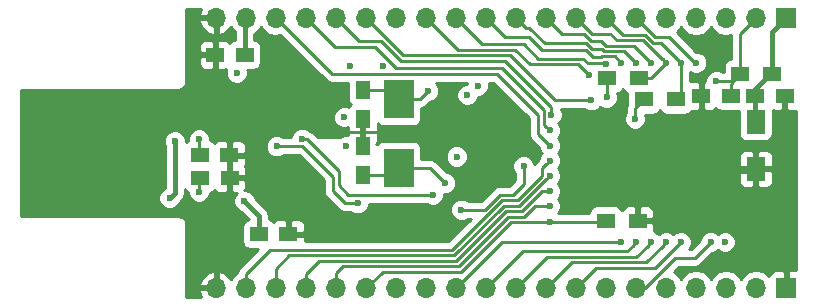
<source format=gbr>
G04 #@! TF.FileFunction,Copper,L4,Bot,Signal*
%FSLAX46Y46*%
G04 Gerber Fmt 4.6, Leading zero omitted, Abs format (unit mm)*
G04 Created by KiCad (PCBNEW 4.0.4-stable) date 02/22/17 16:36:32*
%MOMM*%
%LPD*%
G01*
G04 APERTURE LIST*
%ADD10C,0.100000*%
%ADD11C,0.500000*%
%ADD12R,1.500000X1.250000*%
%ADD13R,1.250000X1.500000*%
%ADD14R,1.700000X1.700000*%
%ADD15O,1.700000X1.700000*%
%ADD16R,1.500000X1.300000*%
%ADD17R,1.600000X2.000000*%
%ADD18R,2.500000X3.325000*%
%ADD19C,0.600000*%
%ADD20C,0.381000*%
%ADD21C,0.254000*%
G04 APERTURE END LIST*
D10*
D11*
X121840000Y-103000000D03*
X122840000Y-103000000D03*
X121840000Y-104000000D03*
X122840000Y-104000000D03*
X122840000Y-102000000D03*
X121840000Y-102000000D03*
X120840000Y-102000000D03*
X120840000Y-103000000D03*
X120840000Y-104000000D03*
D12*
X117640000Y-91690000D03*
X115140000Y-91690000D03*
X118850000Y-106860000D03*
X121350000Y-106860000D03*
X113850000Y-100170000D03*
X116350000Y-100170000D03*
X113870000Y-102110000D03*
X116370000Y-102110000D03*
X158810000Y-95170000D03*
X156310000Y-95170000D03*
D13*
X127670000Y-101870000D03*
X127670000Y-99370000D03*
X127670000Y-94630000D03*
X127670000Y-97130000D03*
D12*
X160870000Y-95180000D03*
X163370000Y-95180000D03*
D14*
X163490000Y-88570000D03*
D15*
X160950000Y-88570000D03*
X158410000Y-88570000D03*
X155870000Y-88570000D03*
X153330000Y-88570000D03*
X150790000Y-88570000D03*
X148250000Y-88570000D03*
X145710000Y-88570000D03*
X143170000Y-88570000D03*
X140630000Y-88570000D03*
X138090000Y-88570000D03*
X135550000Y-88570000D03*
X133010000Y-88570000D03*
X130470000Y-88570000D03*
X127930000Y-88570000D03*
X125390000Y-88570000D03*
X122850000Y-88570000D03*
X120310000Y-88570000D03*
X117770000Y-88570000D03*
X115230000Y-88570000D03*
D14*
X163490000Y-111430000D03*
D15*
X160950000Y-111430000D03*
X158410000Y-111430000D03*
X155870000Y-111430000D03*
X153330000Y-111430000D03*
X150790000Y-111430000D03*
X148250000Y-111430000D03*
X145710000Y-111430000D03*
X143170000Y-111430000D03*
X140630000Y-111430000D03*
X138090000Y-111430000D03*
X135550000Y-111430000D03*
X133010000Y-111430000D03*
X130470000Y-111430000D03*
X127930000Y-111430000D03*
X125390000Y-111430000D03*
X122850000Y-111430000D03*
X120310000Y-111430000D03*
X117770000Y-111430000D03*
X115230000Y-111430000D03*
D16*
X162300000Y-93330000D03*
X159600000Y-93330000D03*
X148230000Y-105720000D03*
X150930000Y-105720000D03*
X154130000Y-95470000D03*
X151430000Y-95470000D03*
X151000000Y-93680000D03*
X148300000Y-93680000D03*
D17*
X160920000Y-97350000D03*
X160920000Y-101350000D03*
D18*
X130680000Y-101252500D03*
X130680000Y-95427500D03*
D19*
X111290000Y-103810000D03*
X111740000Y-98980000D03*
X136985625Y-103145625D03*
X135720000Y-97490000D03*
X117620000Y-104070000D03*
X126610000Y-92650000D03*
X129360000Y-92650000D03*
X137400000Y-94300000D03*
X116980000Y-93220000D03*
X157600000Y-93900000D03*
X141260000Y-101110000D03*
X136010000Y-104800000D03*
X148300000Y-95300000D03*
X133200000Y-94740002D03*
X136500000Y-95100000D03*
X158330000Y-107540000D03*
X126050000Y-96960000D03*
X126241384Y-99403063D03*
X135600001Y-100299999D03*
X155880000Y-92350000D03*
X148270000Y-92443053D03*
X147000000Y-95550000D03*
X143480000Y-104490000D03*
X146800000Y-93400000D03*
X154610000Y-92360000D03*
X153330000Y-92370000D03*
X152060000Y-92380000D03*
X150790000Y-92380000D03*
X149520000Y-92370000D03*
X143627010Y-96772990D03*
X143480000Y-98080000D03*
X143480000Y-99380000D03*
X157105655Y-107540000D03*
X154570000Y-107540000D03*
X153330000Y-107540000D03*
X152060000Y-107540000D03*
X150810000Y-107540000D03*
X149530000Y-107540000D03*
X143480000Y-105846040D03*
X143480000Y-103240000D03*
X143480000Y-101922067D03*
X143480000Y-100640000D03*
X127210000Y-104260000D03*
X120360000Y-99430000D03*
X133591636Y-103548364D03*
X122487000Y-98802990D03*
X113780000Y-98830000D03*
X113780000Y-103280000D03*
X134640000Y-102545311D03*
X150700000Y-97100000D03*
X150700000Y-97100000D03*
D20*
X111740000Y-103410000D02*
X111340000Y-103810000D01*
X111340000Y-103810000D02*
X111290000Y-103810000D01*
X111740000Y-98980000D02*
X111740000Y-103410000D01*
X117640000Y-91690000D02*
X117640000Y-88700000D01*
X117640000Y-88700000D02*
X117770000Y-88570000D01*
D21*
X127670000Y-98366000D02*
X127776000Y-98260000D01*
X127564000Y-98260000D02*
X126070000Y-98260000D01*
X127776000Y-98260000D02*
X129140000Y-98260000D01*
X127670000Y-99370000D02*
X127670000Y-98366000D01*
X127670000Y-98366000D02*
X127564000Y-98260000D01*
X156310000Y-95170000D02*
X156310000Y-97190000D01*
X156310000Y-97190000D02*
X155900000Y-97600000D01*
X116370000Y-102110000D02*
X116370000Y-100190000D01*
X116370000Y-100190000D02*
X116350000Y-100170000D01*
X116400000Y-103700000D02*
X116400000Y-102140000D01*
X116400000Y-102140000D02*
X116370000Y-102110000D01*
X150930000Y-105720000D02*
X150930000Y-104570000D01*
X150930000Y-104570000D02*
X153900000Y-101600000D01*
X157900000Y-101600000D02*
X160670000Y-101600000D01*
X160670000Y-101600000D02*
X160920000Y-101350000D01*
X115140000Y-91690000D02*
X115140000Y-88660000D01*
X115140000Y-88660000D02*
X115230000Y-88570000D01*
D20*
X118850000Y-105300000D02*
X117620000Y-104070000D01*
X118850000Y-106860000D02*
X118850000Y-105300000D01*
X162300000Y-93330000D02*
X162300000Y-89760000D01*
X162300000Y-89760000D02*
X163490000Y-88570000D01*
X162300000Y-93330000D02*
X162160000Y-93330000D01*
X162160000Y-93330000D02*
X160870000Y-94620000D01*
X160870000Y-94620000D02*
X160870000Y-95180000D01*
X160870000Y-95180000D02*
X160870000Y-97300000D01*
D21*
X157600000Y-93900000D02*
X159030000Y-93900000D01*
X159030000Y-93900000D02*
X159600000Y-93330000D01*
X141260000Y-102597934D02*
X141260000Y-101110000D01*
X140341944Y-103515990D02*
X141260000Y-102597934D01*
X139271943Y-103515990D02*
X140341944Y-103515990D01*
X137987934Y-104800000D02*
X139271943Y-103515990D01*
X136010000Y-104800000D02*
X137987934Y-104800000D01*
X160950000Y-88570000D02*
X159600000Y-89920000D01*
X159600000Y-89920000D02*
X159600000Y-93330000D01*
X159600000Y-93330000D02*
X158810000Y-94120000D01*
X158810000Y-94120000D02*
X158810000Y-95170000D01*
X148300000Y-95300000D02*
X148300000Y-93680000D01*
X130680000Y-95427500D02*
X132512502Y-95427500D01*
X132512502Y-95427500D02*
X133200000Y-94740002D01*
X127670000Y-94630000D02*
X129882500Y-94630000D01*
X129882500Y-94630000D02*
X130680000Y-95427500D01*
X130640000Y-95387500D02*
X130680000Y-95427500D01*
X130620000Y-96037500D02*
X130620000Y-95625000D01*
X155750000Y-92350000D02*
X153600000Y-90200000D01*
X155880000Y-92350000D02*
X155750000Y-92350000D01*
X153600000Y-90200000D02*
X152420000Y-90200000D01*
X152420000Y-90200000D02*
X150790000Y-88570000D01*
X135550000Y-88570000D02*
X137788021Y-90808021D01*
X137788021Y-90808021D02*
X141308021Y-90808021D01*
X146300000Y-92000000D02*
X146700000Y-92400000D01*
X141308021Y-90808021D02*
X142500000Y-92000000D01*
X142500000Y-92000000D02*
X146300000Y-92000000D01*
X146700000Y-92400000D02*
X148226947Y-92400000D01*
X148226947Y-92400000D02*
X148270000Y-92443053D01*
X127930000Y-88570000D02*
X131076041Y-91716041D01*
X131076041Y-91716041D02*
X140116041Y-91716041D01*
X140116041Y-91716041D02*
X143950000Y-95550000D01*
X143950000Y-95550000D02*
X147000000Y-95550000D01*
X125390000Y-111430000D02*
X125390000Y-110140000D01*
X125390000Y-110140000D02*
X125947970Y-109582030D01*
X125947970Y-109582030D02*
X135774171Y-109582030D01*
X135774171Y-109582030D02*
X139964169Y-105392030D01*
X139964169Y-105392030D02*
X141294171Y-105392030D01*
X141294171Y-105392030D02*
X142196201Y-104490000D01*
X142196201Y-104490000D02*
X143480000Y-104490000D01*
X141800001Y-92500001D02*
X145900001Y-92500001D01*
X140562031Y-91262031D02*
X141800001Y-92500001D01*
X135702031Y-91262031D02*
X140562031Y-91262031D01*
X145900001Y-92500001D02*
X146500001Y-93100001D01*
X146500001Y-93100001D02*
X146800000Y-93400000D01*
X133010000Y-88570000D02*
X135702031Y-91262031D01*
X149680000Y-90000000D02*
X149099999Y-89419999D01*
X151577932Y-90000000D02*
X149680000Y-90000000D01*
X152231942Y-90654010D02*
X151577932Y-90000000D01*
X154610000Y-92360000D02*
X152904011Y-90654011D01*
X152904011Y-90654011D02*
X152231942Y-90654010D01*
X149099999Y-89419999D02*
X148250000Y-88570000D01*
X154620000Y-94980000D02*
X154620000Y-92370000D01*
X154130000Y-95470000D02*
X154620000Y-94980000D01*
X154620000Y-92370000D02*
X154610000Y-92360000D01*
X153330000Y-92370000D02*
X153030001Y-92070001D01*
X149154011Y-90454011D02*
X148600000Y-89900000D01*
X148600000Y-89900000D02*
X147040000Y-89900000D01*
X153030001Y-92070001D02*
X153005865Y-92070001D01*
X153005865Y-92070001D02*
X151389875Y-90454011D01*
X146559999Y-89419999D02*
X145710000Y-88570000D01*
X151389875Y-90454011D02*
X149154011Y-90454011D01*
X147040000Y-89900000D02*
X146559999Y-89419999D01*
X152020000Y-93680000D02*
X153330000Y-92370000D01*
X151000000Y-93680000D02*
X152020000Y-93680000D01*
X144500000Y-89900000D02*
X144019999Y-89419999D01*
X147854166Y-90500000D02*
X146997932Y-90500000D01*
X150588022Y-90908022D02*
X148262188Y-90908022D01*
X146997932Y-90500000D02*
X146397932Y-89900000D01*
X152060000Y-92380000D02*
X150588022Y-90908022D01*
X148262188Y-90908022D02*
X147854166Y-90500000D01*
X146397932Y-89900000D02*
X144500000Y-89900000D01*
X144019999Y-89419999D02*
X143170000Y-88570000D01*
X150790000Y-92380000D02*
X149772033Y-91362033D01*
X149772033Y-91362033D02*
X148074130Y-91362032D01*
X148074130Y-91362032D02*
X147912098Y-91200000D01*
X141479999Y-89419999D02*
X140630000Y-88570000D01*
X147912098Y-91200000D02*
X147055864Y-91200000D01*
X147055864Y-91200000D02*
X146555864Y-90700000D01*
X143042068Y-90700000D02*
X141762067Y-89419999D01*
X146555864Y-90700000D02*
X143042068Y-90700000D01*
X141762067Y-89419999D02*
X141479999Y-89419999D01*
X149520000Y-92370000D02*
X148966043Y-91816043D01*
X148966043Y-91816043D02*
X147886072Y-91816042D01*
X147886072Y-91816042D02*
X147802114Y-91900000D01*
X141700000Y-90200000D02*
X139720000Y-90200000D01*
X147802114Y-91900000D02*
X147113796Y-91900000D01*
X147113796Y-91900000D02*
X146513796Y-91300000D01*
X146513796Y-91300000D02*
X142800000Y-91300000D01*
X138939999Y-89419999D02*
X138090000Y-88570000D01*
X142800000Y-91300000D02*
X141700000Y-90200000D01*
X139720000Y-90200000D02*
X138939999Y-89419999D01*
X125390000Y-88570000D02*
X127320000Y-90500000D01*
X129217932Y-90500000D02*
X130887983Y-92170051D01*
X127320000Y-90500000D02*
X129217932Y-90500000D01*
X130887983Y-92170051D02*
X139670051Y-92170051D01*
X139670051Y-92170051D02*
X143627010Y-96127010D01*
X143627010Y-96127010D02*
X143627010Y-96348726D01*
X143627010Y-96348726D02*
X143627010Y-96772990D01*
X122850000Y-88570000D02*
X125280000Y-91000000D01*
X125280000Y-91000000D02*
X128700000Y-91000000D01*
X128700000Y-91000000D02*
X130500000Y-92800000D01*
X130500000Y-92800000D02*
X139400000Y-92800000D01*
X143000000Y-97600000D02*
X143180001Y-97780001D01*
X139400000Y-92800000D02*
X143000000Y-96400000D01*
X143000000Y-96400000D02*
X143000000Y-97600000D01*
X143180001Y-97780001D02*
X143480000Y-98080000D01*
X120310000Y-88570000D02*
X125040000Y-93300000D01*
X125040000Y-93300000D02*
X139000000Y-93300000D01*
X139000000Y-93300000D02*
X142460000Y-96760000D01*
X142460000Y-96760000D02*
X142460000Y-98360000D01*
X142460000Y-98360000D02*
X143180001Y-99080001D01*
X143180001Y-99080001D02*
X143480000Y-99380000D01*
X155745655Y-108900000D02*
X157105655Y-107540000D01*
X154100000Y-108900000D02*
X155745655Y-108900000D01*
X151570000Y-111430000D02*
X154100000Y-108900000D01*
X150790000Y-111430000D02*
X151570000Y-111430000D01*
X145710000Y-111430000D02*
X147440000Y-109700000D01*
X147440000Y-109700000D02*
X152410000Y-109700000D01*
X152410000Y-109700000D02*
X154570000Y-107540000D01*
X145354011Y-109245989D02*
X151624011Y-109245989D01*
X153030001Y-107839999D02*
X153330000Y-107540000D01*
X143170000Y-111430000D02*
X145354011Y-109245989D01*
X151624011Y-109245989D02*
X153030001Y-107839999D01*
X150808022Y-108791978D02*
X151760001Y-107839999D01*
X143268022Y-108791978D02*
X150808022Y-108791978D01*
X140630000Y-111430000D02*
X143268022Y-108791978D01*
X151760001Y-107839999D02*
X152060000Y-107540000D01*
X150012033Y-108337967D02*
X150510001Y-107839999D01*
X138090000Y-111430000D02*
X141182033Y-108337967D01*
X141182033Y-108337967D02*
X150012033Y-108337967D01*
X150510001Y-107839999D02*
X150810000Y-107540000D01*
X136399999Y-110580001D02*
X135550000Y-111430000D01*
X139440000Y-107540000D02*
X136399999Y-110580001D01*
X149530000Y-107540000D02*
X139440000Y-107540000D01*
X143480000Y-105846040D02*
X140173960Y-105846040D01*
X143480000Y-105846040D02*
X148103960Y-105846040D01*
X148103960Y-105846040D02*
X148230000Y-105720000D01*
X138280000Y-107750000D02*
X139750000Y-106280000D01*
X139750000Y-106280000D02*
X139750000Y-106270000D01*
X139750000Y-106270000D02*
X140173960Y-105846040D01*
X138270000Y-107750000D02*
X138280000Y-107750000D01*
X135983960Y-110036040D02*
X138270000Y-107750000D01*
X127930000Y-111430000D02*
X129323960Y-110036040D01*
X129323960Y-110036040D02*
X135983960Y-110036040D01*
X122850000Y-111430000D02*
X122850000Y-110227919D01*
X122850000Y-110227919D02*
X123949899Y-109128020D01*
X123949899Y-109128020D02*
X135586114Y-109128020D01*
X135586114Y-109128020D02*
X139776113Y-104938020D01*
X139776113Y-104938020D02*
X141106114Y-104938020D01*
X141106114Y-104938020D02*
X142804134Y-103240000D01*
X142804134Y-103240000D02*
X143480000Y-103240000D01*
X120310000Y-111430000D02*
X120310000Y-109810000D01*
X120310000Y-109810000D02*
X121445990Y-108674010D01*
X143180001Y-102222066D02*
X143480000Y-101922067D01*
X121445990Y-108674010D02*
X135398057Y-108674010D01*
X135398057Y-108674010D02*
X139588057Y-104484010D01*
X139588057Y-104484010D02*
X140918058Y-104484010D01*
X140918058Y-104484010D02*
X143180001Y-102222066D01*
X117770000Y-111430000D02*
X117770000Y-110227919D01*
X117770000Y-110227919D02*
X119777919Y-108220000D01*
X119777919Y-108220000D02*
X135210000Y-108220000D01*
X142852999Y-101267001D02*
X143180001Y-100939999D01*
X135210000Y-108220000D02*
X139460000Y-103970000D01*
X143180001Y-100939999D02*
X143480000Y-100640000D01*
X139460000Y-103970000D02*
X140790001Y-103970000D01*
X140790001Y-103970000D02*
X142852999Y-101907002D01*
X142852999Y-101907002D02*
X142852999Y-101267001D01*
X120360000Y-99430000D02*
X122530000Y-99430000D01*
X122530000Y-99430000D02*
X125100000Y-102000000D01*
X125100000Y-102000000D02*
X125100000Y-103200000D01*
X125100000Y-103200000D02*
X126160000Y-104260000D01*
X126160000Y-104260000D02*
X127210000Y-104260000D01*
X133167372Y-103548364D02*
X133591636Y-103548364D01*
X125600000Y-102750000D02*
X126398364Y-103548364D01*
X122911264Y-98802990D02*
X125600000Y-101491726D01*
X122487000Y-98802990D02*
X122911264Y-98802990D01*
X125600000Y-101491726D02*
X125600000Y-102750000D01*
X126398364Y-103548364D02*
X133167372Y-103548364D01*
X113780000Y-98830000D02*
X113780000Y-100100000D01*
X113780000Y-100100000D02*
X113850000Y-100170000D01*
X113780000Y-103280000D02*
X113780000Y-102200000D01*
X113780000Y-102200000D02*
X113870000Y-102110000D01*
X127670000Y-101870000D02*
X130062500Y-101870000D01*
X130680000Y-101252500D02*
X133347189Y-101252500D01*
X134340001Y-102245312D02*
X134640000Y-102545311D01*
X133347189Y-101252500D02*
X134340001Y-102245312D01*
X150700000Y-97100000D02*
X150700000Y-96200000D01*
X150700000Y-96200000D02*
X151430000Y-95470000D01*
X130062500Y-101870000D02*
X130680000Y-101252500D01*
G36*
X113788514Y-88213108D02*
X113909181Y-88443000D01*
X115103000Y-88443000D01*
X115103000Y-88423000D01*
X115357000Y-88423000D01*
X115357000Y-88443000D01*
X115377000Y-88443000D01*
X115377000Y-88697000D01*
X115357000Y-88697000D01*
X115357000Y-89890155D01*
X115586890Y-90011476D01*
X115996924Y-89841645D01*
X116425183Y-89451358D01*
X116492298Y-89308447D01*
X116719946Y-89649147D01*
X116814500Y-89712326D01*
X116814500Y-90431766D01*
X116654683Y-90461838D01*
X116438559Y-90600910D01*
X116392031Y-90669006D01*
X116249698Y-90526673D01*
X116016309Y-90430000D01*
X115425750Y-90430000D01*
X115267000Y-90588750D01*
X115267000Y-91563000D01*
X115287000Y-91563000D01*
X115287000Y-91817000D01*
X115267000Y-91817000D01*
X115267000Y-92791250D01*
X115425750Y-92950000D01*
X116016309Y-92950000D01*
X116092880Y-92918283D01*
X116045162Y-93033201D01*
X116044838Y-93405167D01*
X116186883Y-93748943D01*
X116449673Y-94012192D01*
X116793201Y-94154838D01*
X117165167Y-94155162D01*
X117508943Y-94013117D01*
X117772192Y-93750327D01*
X117914838Y-93406799D01*
X117915162Y-93034833D01*
X117885250Y-92962440D01*
X118390000Y-92962440D01*
X118625317Y-92918162D01*
X118841441Y-92779090D01*
X118986431Y-92566890D01*
X119037440Y-92315000D01*
X119037440Y-91065000D01*
X118993162Y-90829683D01*
X118854090Y-90613559D01*
X118641890Y-90468569D01*
X118465500Y-90432849D01*
X118465500Y-89886052D01*
X118820054Y-89649147D01*
X119040000Y-89319974D01*
X119259946Y-89649147D01*
X119741715Y-89971054D01*
X120310000Y-90084093D01*
X120674049Y-90011679D01*
X124501185Y-93838815D01*
X124748395Y-94003996D01*
X125040000Y-94062000D01*
X126397560Y-94062000D01*
X126397560Y-95380000D01*
X126441838Y-95615317D01*
X126580910Y-95831441D01*
X126649006Y-95877969D01*
X126506673Y-96020302D01*
X126465350Y-96120065D01*
X126236799Y-96025162D01*
X125864833Y-96024838D01*
X125521057Y-96166883D01*
X125257808Y-96429673D01*
X125115162Y-96773201D01*
X125114838Y-97145167D01*
X125256883Y-97488943D01*
X125519673Y-97752192D01*
X125863201Y-97894838D01*
X126235167Y-97895162D01*
X126410000Y-97822923D01*
X126410000Y-98006309D01*
X126506673Y-98239698D01*
X126516975Y-98250000D01*
X126506673Y-98260302D01*
X126420551Y-98468218D01*
X126056217Y-98467901D01*
X125712441Y-98609946D01*
X125660227Y-98662069D01*
X123839045Y-98653141D01*
X123450079Y-98264175D01*
X123335788Y-98187808D01*
X123202869Y-98098994D01*
X123081212Y-98074795D01*
X123017327Y-98010798D01*
X122673799Y-97868152D01*
X122301833Y-97867828D01*
X121958057Y-98009873D01*
X121694808Y-98272663D01*
X121552162Y-98616191D01*
X121552117Y-98668000D01*
X120920466Y-98668000D01*
X120890327Y-98637808D01*
X120546799Y-98495162D01*
X120174833Y-98494838D01*
X119831057Y-98636883D01*
X119567808Y-98899673D01*
X119425162Y-99243201D01*
X119424838Y-99615167D01*
X119566883Y-99958943D01*
X119829673Y-100222192D01*
X120173201Y-100364838D01*
X120545167Y-100365162D01*
X120888943Y-100223117D01*
X120920114Y-100192000D01*
X122214370Y-100192000D01*
X124338000Y-102315630D01*
X124338000Y-103200000D01*
X124396004Y-103491605D01*
X124556001Y-103731057D01*
X124561185Y-103738815D01*
X125621184Y-104798815D01*
X125789383Y-104911202D01*
X125868395Y-104963996D01*
X126160000Y-105022000D01*
X126649534Y-105022000D01*
X126679673Y-105052192D01*
X127023201Y-105194838D01*
X127395167Y-105195162D01*
X127738943Y-105053117D01*
X128002192Y-104790327D01*
X128144838Y-104446799D01*
X128144957Y-104310364D01*
X133031170Y-104310364D01*
X133061309Y-104340556D01*
X133404837Y-104483202D01*
X133776803Y-104483526D01*
X134120579Y-104341481D01*
X134383828Y-104078691D01*
X134526474Y-103735163D01*
X134526696Y-103480213D01*
X134825167Y-103480473D01*
X135168943Y-103338428D01*
X135432192Y-103075638D01*
X135574838Y-102732110D01*
X135575162Y-102360144D01*
X135433117Y-102016368D01*
X135170327Y-101753119D01*
X134826799Y-101610473D01*
X134782755Y-101610435D01*
X133886004Y-100713685D01*
X133775727Y-100640000D01*
X133638794Y-100548504D01*
X133347189Y-100490500D01*
X132577440Y-100490500D01*
X132577440Y-100485166D01*
X134664839Y-100485166D01*
X134806884Y-100828942D01*
X135069674Y-101092191D01*
X135413202Y-101234837D01*
X135785168Y-101235161D01*
X136128944Y-101093116D01*
X136392193Y-100830326D01*
X136534839Y-100486798D01*
X136535163Y-100114832D01*
X136393118Y-99771056D01*
X136130328Y-99507807D01*
X135786800Y-99365161D01*
X135414834Y-99364837D01*
X135071058Y-99506882D01*
X134807809Y-99769672D01*
X134665163Y-100113200D01*
X134664839Y-100485166D01*
X132577440Y-100485166D01*
X132577440Y-99590000D01*
X132533162Y-99354683D01*
X132394090Y-99138559D01*
X132181890Y-98993569D01*
X131930000Y-98942560D01*
X129430000Y-98942560D01*
X129194683Y-98986838D01*
X128978559Y-99125910D01*
X128898556Y-99242998D01*
X128771252Y-99242998D01*
X128930000Y-99084250D01*
X128930000Y-98493691D01*
X128833327Y-98260302D01*
X128823025Y-98250000D01*
X128833327Y-98239698D01*
X128930000Y-98006309D01*
X128930000Y-97485635D01*
X128965910Y-97541441D01*
X129178110Y-97686431D01*
X129430000Y-97737440D01*
X131930000Y-97737440D01*
X132165317Y-97693162D01*
X132381441Y-97554090D01*
X132526431Y-97341890D01*
X132577440Y-97090000D01*
X132577440Y-96176583D01*
X132804107Y-96131496D01*
X133051317Y-95966315D01*
X133342505Y-95675127D01*
X133385167Y-95675164D01*
X133728943Y-95533119D01*
X133992192Y-95270329D01*
X134134838Y-94926801D01*
X134135162Y-94554835D01*
X133993117Y-94211059D01*
X133844318Y-94062000D01*
X136486423Y-94062000D01*
X136465162Y-94113201D01*
X136465117Y-94164969D01*
X136314833Y-94164838D01*
X135971057Y-94306883D01*
X135707808Y-94569673D01*
X135565162Y-94913201D01*
X135564838Y-95285167D01*
X135706883Y-95628943D01*
X135969673Y-95892192D01*
X136313201Y-96034838D01*
X136685167Y-96035162D01*
X137028943Y-95893117D01*
X137292192Y-95630327D01*
X137434838Y-95286799D01*
X137434883Y-95235031D01*
X137585167Y-95235162D01*
X137928943Y-95093117D01*
X138192192Y-94830327D01*
X138334838Y-94486799D01*
X138335162Y-94114833D01*
X138313332Y-94062000D01*
X138684370Y-94062000D01*
X141698000Y-97075630D01*
X141698000Y-98360000D01*
X141756004Y-98651605D01*
X141873909Y-98828062D01*
X141921185Y-98898815D01*
X142544875Y-99522505D01*
X142544838Y-99565167D01*
X142686883Y-99908943D01*
X142787710Y-100009946D01*
X142687808Y-100109673D01*
X142545162Y-100453201D01*
X142545124Y-100497246D01*
X142314184Y-100728186D01*
X142190434Y-100913390D01*
X142053117Y-100581057D01*
X141790327Y-100317808D01*
X141446799Y-100175162D01*
X141074833Y-100174838D01*
X140731057Y-100316883D01*
X140467808Y-100579673D01*
X140325162Y-100923201D01*
X140324838Y-101295167D01*
X140466883Y-101638943D01*
X140498000Y-101670114D01*
X140498000Y-102282303D01*
X140026314Y-102753990D01*
X139271943Y-102753990D01*
X138980338Y-102811994D01*
X138743392Y-102970317D01*
X138733128Y-102977175D01*
X137672303Y-104038000D01*
X136570466Y-104038000D01*
X136540327Y-104007808D01*
X136196799Y-103865162D01*
X135824833Y-103864838D01*
X135481057Y-104006883D01*
X135217808Y-104269673D01*
X135075162Y-104613201D01*
X135074838Y-104985167D01*
X135216883Y-105328943D01*
X135479673Y-105592192D01*
X135823201Y-105734838D01*
X136195167Y-105735162D01*
X136538943Y-105593117D01*
X136570114Y-105562000D01*
X136790370Y-105562000D01*
X134894370Y-107458000D01*
X122735000Y-107458000D01*
X122735000Y-107145750D01*
X122576250Y-106987000D01*
X121477000Y-106987000D01*
X121477000Y-107007000D01*
X121223000Y-107007000D01*
X121223000Y-106987000D01*
X121203000Y-106987000D01*
X121203000Y-106733000D01*
X121223000Y-106733000D01*
X121223000Y-105758750D01*
X121477000Y-105758750D01*
X121477000Y-106733000D01*
X122576250Y-106733000D01*
X122735000Y-106574250D01*
X122735000Y-106108690D01*
X122638327Y-105875301D01*
X122459698Y-105696673D01*
X122226309Y-105600000D01*
X121635750Y-105600000D01*
X121477000Y-105758750D01*
X121223000Y-105758750D01*
X121064250Y-105600000D01*
X120473691Y-105600000D01*
X120240302Y-105696673D01*
X120099064Y-105837910D01*
X120064090Y-105783559D01*
X119851890Y-105638569D01*
X119675500Y-105602849D01*
X119675500Y-105300005D01*
X119675501Y-105300000D01*
X119612663Y-104984095D01*
X119581877Y-104938020D01*
X119433717Y-104716283D01*
X119433714Y-104716281D01*
X118521994Y-103804560D01*
X118413117Y-103541057D01*
X118150327Y-103277808D01*
X117806799Y-103135162D01*
X117618028Y-103134998D01*
X117658327Y-103094699D01*
X117755000Y-102861310D01*
X117755000Y-102395750D01*
X117596250Y-102237000D01*
X116497000Y-102237000D01*
X116497000Y-103211250D01*
X116655750Y-103370000D01*
X116997777Y-103370000D01*
X116827808Y-103539673D01*
X116685162Y-103883201D01*
X116684838Y-104255167D01*
X116826883Y-104598943D01*
X117089673Y-104862192D01*
X117354884Y-104972318D01*
X117990694Y-105608127D01*
X117864683Y-105631838D01*
X117648559Y-105770910D01*
X117503569Y-105983110D01*
X117452560Y-106235000D01*
X117452560Y-107485000D01*
X117496838Y-107720317D01*
X117635910Y-107936441D01*
X117848110Y-108081431D01*
X118100000Y-108132440D01*
X118787848Y-108132440D01*
X117231185Y-109689104D01*
X117066004Y-109936314D01*
X117023952Y-110147723D01*
X116719946Y-110350853D01*
X116492298Y-110691553D01*
X116425183Y-110548642D01*
X115996924Y-110158355D01*
X115586890Y-109988524D01*
X115357000Y-110109845D01*
X115357000Y-111303000D01*
X115377000Y-111303000D01*
X115377000Y-111557000D01*
X115357000Y-111557000D01*
X115357000Y-111577000D01*
X115103000Y-111577000D01*
X115103000Y-111557000D01*
X113909181Y-111557000D01*
X113788514Y-111786892D01*
X113987217Y-112210000D01*
X112710000Y-112210000D01*
X112710000Y-111073108D01*
X113788514Y-111073108D01*
X113909181Y-111303000D01*
X115103000Y-111303000D01*
X115103000Y-110109845D01*
X114873110Y-109988524D01*
X114463076Y-110158355D01*
X114034817Y-110548642D01*
X113788514Y-111073108D01*
X112710000Y-111073108D01*
X112710000Y-106048000D01*
X112655954Y-105776295D01*
X112502046Y-105545954D01*
X112271705Y-105392046D01*
X112000000Y-105338000D01*
X98710000Y-105338000D01*
X98710000Y-103995167D01*
X110354838Y-103995167D01*
X110496883Y-104338943D01*
X110759673Y-104602192D01*
X111103201Y-104744838D01*
X111475167Y-104745162D01*
X111818943Y-104603117D01*
X112082192Y-104340327D01*
X112156813Y-104160620D01*
X112323714Y-103993719D01*
X112323717Y-103993717D01*
X112502663Y-103725905D01*
X112565500Y-103410000D01*
X112565500Y-103045940D01*
X112655910Y-103186441D01*
X112844968Y-103315619D01*
X112844838Y-103465167D01*
X112986883Y-103808943D01*
X113249673Y-104072192D01*
X113593201Y-104214838D01*
X113965167Y-104215162D01*
X114308943Y-104073117D01*
X114572192Y-103810327D01*
X114714838Y-103466799D01*
X114714927Y-103364578D01*
X114855317Y-103338162D01*
X115071441Y-103199090D01*
X115117969Y-103130994D01*
X115260302Y-103273327D01*
X115493691Y-103370000D01*
X116084250Y-103370000D01*
X116243000Y-103211250D01*
X116243000Y-102237000D01*
X116223000Y-102237000D01*
X116223000Y-101983000D01*
X116243000Y-101983000D01*
X116243000Y-101008750D01*
X116223000Y-100988750D01*
X116223000Y-100297000D01*
X116477000Y-100297000D01*
X116477000Y-101271250D01*
X116497000Y-101291250D01*
X116497000Y-101983000D01*
X117596250Y-101983000D01*
X117755000Y-101824250D01*
X117755000Y-101358690D01*
X117658327Y-101125301D01*
X117652795Y-101119769D01*
X117735000Y-100921310D01*
X117735000Y-100455750D01*
X117576250Y-100297000D01*
X116477000Y-100297000D01*
X116223000Y-100297000D01*
X116203000Y-100297000D01*
X116203000Y-100043000D01*
X116223000Y-100043000D01*
X116223000Y-99068750D01*
X116477000Y-99068750D01*
X116477000Y-100043000D01*
X117576250Y-100043000D01*
X117735000Y-99884250D01*
X117735000Y-99418690D01*
X117638327Y-99185301D01*
X117459698Y-99006673D01*
X117226309Y-98910000D01*
X116635750Y-98910000D01*
X116477000Y-99068750D01*
X116223000Y-99068750D01*
X116064250Y-98910000D01*
X115473691Y-98910000D01*
X115240302Y-99006673D01*
X115099064Y-99147910D01*
X115064090Y-99093559D01*
X114851890Y-98948569D01*
X114714922Y-98920832D01*
X114715162Y-98644833D01*
X114573117Y-98301057D01*
X114310327Y-98037808D01*
X113966799Y-97895162D01*
X113594833Y-97894838D01*
X113251057Y-98036883D01*
X112987808Y-98299673D01*
X112845162Y-98643201D01*
X112844891Y-98954574D01*
X112674928Y-99063942D01*
X112675162Y-98794833D01*
X112533117Y-98451057D01*
X112270327Y-98187808D01*
X111926799Y-98045162D01*
X111554833Y-98044838D01*
X111211057Y-98186883D01*
X110947808Y-98449673D01*
X110805162Y-98793201D01*
X110804838Y-99165167D01*
X110914500Y-99430570D01*
X110914500Y-102953482D01*
X110761057Y-103016883D01*
X110497808Y-103279673D01*
X110355162Y-103623201D01*
X110354838Y-103995167D01*
X98710000Y-103995167D01*
X98710000Y-94650000D01*
X112000000Y-94650000D01*
X112271705Y-94595954D01*
X112502046Y-94442046D01*
X112655954Y-94211705D01*
X112710000Y-93940000D01*
X112710000Y-91975750D01*
X113755000Y-91975750D01*
X113755000Y-92441310D01*
X113851673Y-92674699D01*
X114030302Y-92853327D01*
X114263691Y-92950000D01*
X114854250Y-92950000D01*
X115013000Y-92791250D01*
X115013000Y-91817000D01*
X113913750Y-91817000D01*
X113755000Y-91975750D01*
X112710000Y-91975750D01*
X112710000Y-90938690D01*
X113755000Y-90938690D01*
X113755000Y-91404250D01*
X113913750Y-91563000D01*
X115013000Y-91563000D01*
X115013000Y-90588750D01*
X114854250Y-90430000D01*
X114263691Y-90430000D01*
X114030302Y-90526673D01*
X113851673Y-90705301D01*
X113755000Y-90938690D01*
X112710000Y-90938690D01*
X112710000Y-88926892D01*
X113788514Y-88926892D01*
X114034817Y-89451358D01*
X114463076Y-89841645D01*
X114873110Y-90011476D01*
X115103000Y-89890155D01*
X115103000Y-88697000D01*
X113909181Y-88697000D01*
X113788514Y-88926892D01*
X112710000Y-88926892D01*
X112710000Y-87790000D01*
X113987217Y-87790000D01*
X113788514Y-88213108D01*
X113788514Y-88213108D01*
G37*
X113788514Y-88213108D02*
X113909181Y-88443000D01*
X115103000Y-88443000D01*
X115103000Y-88423000D01*
X115357000Y-88423000D01*
X115357000Y-88443000D01*
X115377000Y-88443000D01*
X115377000Y-88697000D01*
X115357000Y-88697000D01*
X115357000Y-89890155D01*
X115586890Y-90011476D01*
X115996924Y-89841645D01*
X116425183Y-89451358D01*
X116492298Y-89308447D01*
X116719946Y-89649147D01*
X116814500Y-89712326D01*
X116814500Y-90431766D01*
X116654683Y-90461838D01*
X116438559Y-90600910D01*
X116392031Y-90669006D01*
X116249698Y-90526673D01*
X116016309Y-90430000D01*
X115425750Y-90430000D01*
X115267000Y-90588750D01*
X115267000Y-91563000D01*
X115287000Y-91563000D01*
X115287000Y-91817000D01*
X115267000Y-91817000D01*
X115267000Y-92791250D01*
X115425750Y-92950000D01*
X116016309Y-92950000D01*
X116092880Y-92918283D01*
X116045162Y-93033201D01*
X116044838Y-93405167D01*
X116186883Y-93748943D01*
X116449673Y-94012192D01*
X116793201Y-94154838D01*
X117165167Y-94155162D01*
X117508943Y-94013117D01*
X117772192Y-93750327D01*
X117914838Y-93406799D01*
X117915162Y-93034833D01*
X117885250Y-92962440D01*
X118390000Y-92962440D01*
X118625317Y-92918162D01*
X118841441Y-92779090D01*
X118986431Y-92566890D01*
X119037440Y-92315000D01*
X119037440Y-91065000D01*
X118993162Y-90829683D01*
X118854090Y-90613559D01*
X118641890Y-90468569D01*
X118465500Y-90432849D01*
X118465500Y-89886052D01*
X118820054Y-89649147D01*
X119040000Y-89319974D01*
X119259946Y-89649147D01*
X119741715Y-89971054D01*
X120310000Y-90084093D01*
X120674049Y-90011679D01*
X124501185Y-93838815D01*
X124748395Y-94003996D01*
X125040000Y-94062000D01*
X126397560Y-94062000D01*
X126397560Y-95380000D01*
X126441838Y-95615317D01*
X126580910Y-95831441D01*
X126649006Y-95877969D01*
X126506673Y-96020302D01*
X126465350Y-96120065D01*
X126236799Y-96025162D01*
X125864833Y-96024838D01*
X125521057Y-96166883D01*
X125257808Y-96429673D01*
X125115162Y-96773201D01*
X125114838Y-97145167D01*
X125256883Y-97488943D01*
X125519673Y-97752192D01*
X125863201Y-97894838D01*
X126235167Y-97895162D01*
X126410000Y-97822923D01*
X126410000Y-98006309D01*
X126506673Y-98239698D01*
X126516975Y-98250000D01*
X126506673Y-98260302D01*
X126420551Y-98468218D01*
X126056217Y-98467901D01*
X125712441Y-98609946D01*
X125660227Y-98662069D01*
X123839045Y-98653141D01*
X123450079Y-98264175D01*
X123335788Y-98187808D01*
X123202869Y-98098994D01*
X123081212Y-98074795D01*
X123017327Y-98010798D01*
X122673799Y-97868152D01*
X122301833Y-97867828D01*
X121958057Y-98009873D01*
X121694808Y-98272663D01*
X121552162Y-98616191D01*
X121552117Y-98668000D01*
X120920466Y-98668000D01*
X120890327Y-98637808D01*
X120546799Y-98495162D01*
X120174833Y-98494838D01*
X119831057Y-98636883D01*
X119567808Y-98899673D01*
X119425162Y-99243201D01*
X119424838Y-99615167D01*
X119566883Y-99958943D01*
X119829673Y-100222192D01*
X120173201Y-100364838D01*
X120545167Y-100365162D01*
X120888943Y-100223117D01*
X120920114Y-100192000D01*
X122214370Y-100192000D01*
X124338000Y-102315630D01*
X124338000Y-103200000D01*
X124396004Y-103491605D01*
X124556001Y-103731057D01*
X124561185Y-103738815D01*
X125621184Y-104798815D01*
X125789383Y-104911202D01*
X125868395Y-104963996D01*
X126160000Y-105022000D01*
X126649534Y-105022000D01*
X126679673Y-105052192D01*
X127023201Y-105194838D01*
X127395167Y-105195162D01*
X127738943Y-105053117D01*
X128002192Y-104790327D01*
X128144838Y-104446799D01*
X128144957Y-104310364D01*
X133031170Y-104310364D01*
X133061309Y-104340556D01*
X133404837Y-104483202D01*
X133776803Y-104483526D01*
X134120579Y-104341481D01*
X134383828Y-104078691D01*
X134526474Y-103735163D01*
X134526696Y-103480213D01*
X134825167Y-103480473D01*
X135168943Y-103338428D01*
X135432192Y-103075638D01*
X135574838Y-102732110D01*
X135575162Y-102360144D01*
X135433117Y-102016368D01*
X135170327Y-101753119D01*
X134826799Y-101610473D01*
X134782755Y-101610435D01*
X133886004Y-100713685D01*
X133775727Y-100640000D01*
X133638794Y-100548504D01*
X133347189Y-100490500D01*
X132577440Y-100490500D01*
X132577440Y-100485166D01*
X134664839Y-100485166D01*
X134806884Y-100828942D01*
X135069674Y-101092191D01*
X135413202Y-101234837D01*
X135785168Y-101235161D01*
X136128944Y-101093116D01*
X136392193Y-100830326D01*
X136534839Y-100486798D01*
X136535163Y-100114832D01*
X136393118Y-99771056D01*
X136130328Y-99507807D01*
X135786800Y-99365161D01*
X135414834Y-99364837D01*
X135071058Y-99506882D01*
X134807809Y-99769672D01*
X134665163Y-100113200D01*
X134664839Y-100485166D01*
X132577440Y-100485166D01*
X132577440Y-99590000D01*
X132533162Y-99354683D01*
X132394090Y-99138559D01*
X132181890Y-98993569D01*
X131930000Y-98942560D01*
X129430000Y-98942560D01*
X129194683Y-98986838D01*
X128978559Y-99125910D01*
X128898556Y-99242998D01*
X128771252Y-99242998D01*
X128930000Y-99084250D01*
X128930000Y-98493691D01*
X128833327Y-98260302D01*
X128823025Y-98250000D01*
X128833327Y-98239698D01*
X128930000Y-98006309D01*
X128930000Y-97485635D01*
X128965910Y-97541441D01*
X129178110Y-97686431D01*
X129430000Y-97737440D01*
X131930000Y-97737440D01*
X132165317Y-97693162D01*
X132381441Y-97554090D01*
X132526431Y-97341890D01*
X132577440Y-97090000D01*
X132577440Y-96176583D01*
X132804107Y-96131496D01*
X133051317Y-95966315D01*
X133342505Y-95675127D01*
X133385167Y-95675164D01*
X133728943Y-95533119D01*
X133992192Y-95270329D01*
X134134838Y-94926801D01*
X134135162Y-94554835D01*
X133993117Y-94211059D01*
X133844318Y-94062000D01*
X136486423Y-94062000D01*
X136465162Y-94113201D01*
X136465117Y-94164969D01*
X136314833Y-94164838D01*
X135971057Y-94306883D01*
X135707808Y-94569673D01*
X135565162Y-94913201D01*
X135564838Y-95285167D01*
X135706883Y-95628943D01*
X135969673Y-95892192D01*
X136313201Y-96034838D01*
X136685167Y-96035162D01*
X137028943Y-95893117D01*
X137292192Y-95630327D01*
X137434838Y-95286799D01*
X137434883Y-95235031D01*
X137585167Y-95235162D01*
X137928943Y-95093117D01*
X138192192Y-94830327D01*
X138334838Y-94486799D01*
X138335162Y-94114833D01*
X138313332Y-94062000D01*
X138684370Y-94062000D01*
X141698000Y-97075630D01*
X141698000Y-98360000D01*
X141756004Y-98651605D01*
X141873909Y-98828062D01*
X141921185Y-98898815D01*
X142544875Y-99522505D01*
X142544838Y-99565167D01*
X142686883Y-99908943D01*
X142787710Y-100009946D01*
X142687808Y-100109673D01*
X142545162Y-100453201D01*
X142545124Y-100497246D01*
X142314184Y-100728186D01*
X142190434Y-100913390D01*
X142053117Y-100581057D01*
X141790327Y-100317808D01*
X141446799Y-100175162D01*
X141074833Y-100174838D01*
X140731057Y-100316883D01*
X140467808Y-100579673D01*
X140325162Y-100923201D01*
X140324838Y-101295167D01*
X140466883Y-101638943D01*
X140498000Y-101670114D01*
X140498000Y-102282303D01*
X140026314Y-102753990D01*
X139271943Y-102753990D01*
X138980338Y-102811994D01*
X138743392Y-102970317D01*
X138733128Y-102977175D01*
X137672303Y-104038000D01*
X136570466Y-104038000D01*
X136540327Y-104007808D01*
X136196799Y-103865162D01*
X135824833Y-103864838D01*
X135481057Y-104006883D01*
X135217808Y-104269673D01*
X135075162Y-104613201D01*
X135074838Y-104985167D01*
X135216883Y-105328943D01*
X135479673Y-105592192D01*
X135823201Y-105734838D01*
X136195167Y-105735162D01*
X136538943Y-105593117D01*
X136570114Y-105562000D01*
X136790370Y-105562000D01*
X134894370Y-107458000D01*
X122735000Y-107458000D01*
X122735000Y-107145750D01*
X122576250Y-106987000D01*
X121477000Y-106987000D01*
X121477000Y-107007000D01*
X121223000Y-107007000D01*
X121223000Y-106987000D01*
X121203000Y-106987000D01*
X121203000Y-106733000D01*
X121223000Y-106733000D01*
X121223000Y-105758750D01*
X121477000Y-105758750D01*
X121477000Y-106733000D01*
X122576250Y-106733000D01*
X122735000Y-106574250D01*
X122735000Y-106108690D01*
X122638327Y-105875301D01*
X122459698Y-105696673D01*
X122226309Y-105600000D01*
X121635750Y-105600000D01*
X121477000Y-105758750D01*
X121223000Y-105758750D01*
X121064250Y-105600000D01*
X120473691Y-105600000D01*
X120240302Y-105696673D01*
X120099064Y-105837910D01*
X120064090Y-105783559D01*
X119851890Y-105638569D01*
X119675500Y-105602849D01*
X119675500Y-105300005D01*
X119675501Y-105300000D01*
X119612663Y-104984095D01*
X119581877Y-104938020D01*
X119433717Y-104716283D01*
X119433714Y-104716281D01*
X118521994Y-103804560D01*
X118413117Y-103541057D01*
X118150327Y-103277808D01*
X117806799Y-103135162D01*
X117618028Y-103134998D01*
X117658327Y-103094699D01*
X117755000Y-102861310D01*
X117755000Y-102395750D01*
X117596250Y-102237000D01*
X116497000Y-102237000D01*
X116497000Y-103211250D01*
X116655750Y-103370000D01*
X116997777Y-103370000D01*
X116827808Y-103539673D01*
X116685162Y-103883201D01*
X116684838Y-104255167D01*
X116826883Y-104598943D01*
X117089673Y-104862192D01*
X117354884Y-104972318D01*
X117990694Y-105608127D01*
X117864683Y-105631838D01*
X117648559Y-105770910D01*
X117503569Y-105983110D01*
X117452560Y-106235000D01*
X117452560Y-107485000D01*
X117496838Y-107720317D01*
X117635910Y-107936441D01*
X117848110Y-108081431D01*
X118100000Y-108132440D01*
X118787848Y-108132440D01*
X117231185Y-109689104D01*
X117066004Y-109936314D01*
X117023952Y-110147723D01*
X116719946Y-110350853D01*
X116492298Y-110691553D01*
X116425183Y-110548642D01*
X115996924Y-110158355D01*
X115586890Y-109988524D01*
X115357000Y-110109845D01*
X115357000Y-111303000D01*
X115377000Y-111303000D01*
X115377000Y-111557000D01*
X115357000Y-111557000D01*
X115357000Y-111577000D01*
X115103000Y-111577000D01*
X115103000Y-111557000D01*
X113909181Y-111557000D01*
X113788514Y-111786892D01*
X113987217Y-112210000D01*
X112710000Y-112210000D01*
X112710000Y-111073108D01*
X113788514Y-111073108D01*
X113909181Y-111303000D01*
X115103000Y-111303000D01*
X115103000Y-110109845D01*
X114873110Y-109988524D01*
X114463076Y-110158355D01*
X114034817Y-110548642D01*
X113788514Y-111073108D01*
X112710000Y-111073108D01*
X112710000Y-106048000D01*
X112655954Y-105776295D01*
X112502046Y-105545954D01*
X112271705Y-105392046D01*
X112000000Y-105338000D01*
X98710000Y-105338000D01*
X98710000Y-103995167D01*
X110354838Y-103995167D01*
X110496883Y-104338943D01*
X110759673Y-104602192D01*
X111103201Y-104744838D01*
X111475167Y-104745162D01*
X111818943Y-104603117D01*
X112082192Y-104340327D01*
X112156813Y-104160620D01*
X112323714Y-103993719D01*
X112323717Y-103993717D01*
X112502663Y-103725905D01*
X112565500Y-103410000D01*
X112565500Y-103045940D01*
X112655910Y-103186441D01*
X112844968Y-103315619D01*
X112844838Y-103465167D01*
X112986883Y-103808943D01*
X113249673Y-104072192D01*
X113593201Y-104214838D01*
X113965167Y-104215162D01*
X114308943Y-104073117D01*
X114572192Y-103810327D01*
X114714838Y-103466799D01*
X114714927Y-103364578D01*
X114855317Y-103338162D01*
X115071441Y-103199090D01*
X115117969Y-103130994D01*
X115260302Y-103273327D01*
X115493691Y-103370000D01*
X116084250Y-103370000D01*
X116243000Y-103211250D01*
X116243000Y-102237000D01*
X116223000Y-102237000D01*
X116223000Y-101983000D01*
X116243000Y-101983000D01*
X116243000Y-101008750D01*
X116223000Y-100988750D01*
X116223000Y-100297000D01*
X116477000Y-100297000D01*
X116477000Y-101271250D01*
X116497000Y-101291250D01*
X116497000Y-101983000D01*
X117596250Y-101983000D01*
X117755000Y-101824250D01*
X117755000Y-101358690D01*
X117658327Y-101125301D01*
X117652795Y-101119769D01*
X117735000Y-100921310D01*
X117735000Y-100455750D01*
X117576250Y-100297000D01*
X116477000Y-100297000D01*
X116223000Y-100297000D01*
X116203000Y-100297000D01*
X116203000Y-100043000D01*
X116223000Y-100043000D01*
X116223000Y-99068750D01*
X116477000Y-99068750D01*
X116477000Y-100043000D01*
X117576250Y-100043000D01*
X117735000Y-99884250D01*
X117735000Y-99418690D01*
X117638327Y-99185301D01*
X117459698Y-99006673D01*
X117226309Y-98910000D01*
X116635750Y-98910000D01*
X116477000Y-99068750D01*
X116223000Y-99068750D01*
X116064250Y-98910000D01*
X115473691Y-98910000D01*
X115240302Y-99006673D01*
X115099064Y-99147910D01*
X115064090Y-99093559D01*
X114851890Y-98948569D01*
X114714922Y-98920832D01*
X114715162Y-98644833D01*
X114573117Y-98301057D01*
X114310327Y-98037808D01*
X113966799Y-97895162D01*
X113594833Y-97894838D01*
X113251057Y-98036883D01*
X112987808Y-98299673D01*
X112845162Y-98643201D01*
X112844891Y-98954574D01*
X112674928Y-99063942D01*
X112675162Y-98794833D01*
X112533117Y-98451057D01*
X112270327Y-98187808D01*
X111926799Y-98045162D01*
X111554833Y-98044838D01*
X111211057Y-98186883D01*
X110947808Y-98449673D01*
X110805162Y-98793201D01*
X110804838Y-99165167D01*
X110914500Y-99430570D01*
X110914500Y-102953482D01*
X110761057Y-103016883D01*
X110497808Y-103279673D01*
X110355162Y-103623201D01*
X110354838Y-103995167D01*
X98710000Y-103995167D01*
X98710000Y-94650000D01*
X112000000Y-94650000D01*
X112271705Y-94595954D01*
X112502046Y-94442046D01*
X112655954Y-94211705D01*
X112710000Y-93940000D01*
X112710000Y-91975750D01*
X113755000Y-91975750D01*
X113755000Y-92441310D01*
X113851673Y-92674699D01*
X114030302Y-92853327D01*
X114263691Y-92950000D01*
X114854250Y-92950000D01*
X115013000Y-92791250D01*
X115013000Y-91817000D01*
X113913750Y-91817000D01*
X113755000Y-91975750D01*
X112710000Y-91975750D01*
X112710000Y-90938690D01*
X113755000Y-90938690D01*
X113755000Y-91404250D01*
X113913750Y-91563000D01*
X115013000Y-91563000D01*
X115013000Y-90588750D01*
X114854250Y-90430000D01*
X114263691Y-90430000D01*
X114030302Y-90526673D01*
X113851673Y-90705301D01*
X113755000Y-90938690D01*
X112710000Y-90938690D01*
X112710000Y-88926892D01*
X113788514Y-88926892D01*
X114034817Y-89451358D01*
X114463076Y-89841645D01*
X114873110Y-90011476D01*
X115103000Y-89890155D01*
X115103000Y-88697000D01*
X113909181Y-88697000D01*
X113788514Y-88926892D01*
X112710000Y-88926892D01*
X112710000Y-87790000D01*
X113987217Y-87790000D01*
X113788514Y-88213108D01*
G36*
X157359946Y-89649147D02*
X157841715Y-89971054D01*
X158410000Y-90084093D01*
X158838000Y-89998958D01*
X158838000Y-92034818D01*
X158614683Y-92076838D01*
X158398559Y-92215910D01*
X158253569Y-92428110D01*
X158202560Y-92680000D01*
X158202560Y-93138000D01*
X158160466Y-93138000D01*
X158130327Y-93107808D01*
X157786799Y-92965162D01*
X157414833Y-92964838D01*
X157071057Y-93106883D01*
X156807808Y-93369673D01*
X156665162Y-93713201D01*
X156664991Y-93910000D01*
X156595750Y-93910000D01*
X156437000Y-94068750D01*
X156437000Y-95043000D01*
X156457000Y-95043000D01*
X156457000Y-95297000D01*
X156437000Y-95297000D01*
X156437000Y-96271250D01*
X156595750Y-96430000D01*
X157186309Y-96430000D01*
X157419698Y-96333327D01*
X157560936Y-96192090D01*
X157595910Y-96246441D01*
X157808110Y-96391431D01*
X158060000Y-96442440D01*
X159472560Y-96442440D01*
X159472560Y-98350000D01*
X159516838Y-98585317D01*
X159655910Y-98801441D01*
X159868110Y-98946431D01*
X160120000Y-98997440D01*
X161720000Y-98997440D01*
X161955317Y-98953162D01*
X162171441Y-98814090D01*
X162316431Y-98601890D01*
X162367440Y-98350000D01*
X162367440Y-96387705D01*
X162493691Y-96440000D01*
X163084250Y-96440000D01*
X163243000Y-96281250D01*
X163243000Y-95307000D01*
X163223000Y-95307000D01*
X163223000Y-95053000D01*
X163243000Y-95053000D01*
X163243000Y-95033000D01*
X163497000Y-95033000D01*
X163497000Y-95053000D01*
X163517000Y-95053000D01*
X163517000Y-95307000D01*
X163497000Y-95307000D01*
X163497000Y-96281250D01*
X163655750Y-96440000D01*
X164246309Y-96440000D01*
X164290000Y-96421903D01*
X164290000Y-109945000D01*
X163775750Y-109945000D01*
X163617000Y-110103750D01*
X163617000Y-111303000D01*
X163637000Y-111303000D01*
X163637000Y-111557000D01*
X163617000Y-111557000D01*
X163617000Y-111577000D01*
X163363000Y-111577000D01*
X163363000Y-111557000D01*
X163343000Y-111557000D01*
X163343000Y-111303000D01*
X163363000Y-111303000D01*
X163363000Y-110103750D01*
X163204250Y-109945000D01*
X162513690Y-109945000D01*
X162280301Y-110041673D01*
X162101673Y-110220302D01*
X162029403Y-110394777D01*
X162000054Y-110350853D01*
X161518285Y-110028946D01*
X160950000Y-109915907D01*
X160381715Y-110028946D01*
X159899946Y-110350853D01*
X159680000Y-110680026D01*
X159460054Y-110350853D01*
X158978285Y-110028946D01*
X158410000Y-109915907D01*
X157841715Y-110028946D01*
X157359946Y-110350853D01*
X157140000Y-110680026D01*
X156920054Y-110350853D01*
X156438285Y-110028946D01*
X155870000Y-109915907D01*
X155301715Y-110028946D01*
X154819946Y-110350853D01*
X154600000Y-110680026D01*
X154380054Y-110350853D01*
X153988443Y-110089188D01*
X154415631Y-109662000D01*
X155745655Y-109662000D01*
X156037260Y-109603996D01*
X156284470Y-109438815D01*
X157248161Y-108475125D01*
X157290822Y-108475162D01*
X157634598Y-108333117D01*
X157717742Y-108250118D01*
X157799673Y-108332192D01*
X158143201Y-108474838D01*
X158515167Y-108475162D01*
X158858943Y-108333117D01*
X159122192Y-108070327D01*
X159264838Y-107726799D01*
X159265162Y-107354833D01*
X159123117Y-107011057D01*
X158860327Y-106747808D01*
X158516799Y-106605162D01*
X158144833Y-106604838D01*
X157801057Y-106746883D01*
X157717913Y-106829882D01*
X157635982Y-106747808D01*
X157292454Y-106605162D01*
X156920488Y-106604838D01*
X156576712Y-106746883D01*
X156313463Y-107009673D01*
X156170817Y-107353201D01*
X156170779Y-107397246D01*
X155430025Y-108138000D01*
X155294401Y-108138000D01*
X155362192Y-108070327D01*
X155504838Y-107726799D01*
X155505162Y-107354833D01*
X155363117Y-107011057D01*
X155100327Y-106747808D01*
X154756799Y-106605162D01*
X154384833Y-106604838D01*
X154041057Y-106746883D01*
X153950072Y-106837710D01*
X153860327Y-106747808D01*
X153516799Y-106605162D01*
X153144833Y-106604838D01*
X152801057Y-106746883D01*
X152695046Y-106852710D01*
X152590327Y-106747808D01*
X152266520Y-106613351D01*
X152315000Y-106496310D01*
X152315000Y-106005750D01*
X152156250Y-105847000D01*
X151057000Y-105847000D01*
X151057000Y-105867000D01*
X150803000Y-105867000D01*
X150803000Y-105847000D01*
X150783000Y-105847000D01*
X150783000Y-105593000D01*
X150803000Y-105593000D01*
X150803000Y-104593750D01*
X151057000Y-104593750D01*
X151057000Y-105593000D01*
X152156250Y-105593000D01*
X152315000Y-105434250D01*
X152315000Y-104943690D01*
X152218327Y-104710301D01*
X152039698Y-104531673D01*
X151806309Y-104435000D01*
X151215750Y-104435000D01*
X151057000Y-104593750D01*
X150803000Y-104593750D01*
X150644250Y-104435000D01*
X150053691Y-104435000D01*
X149820302Y-104531673D01*
X149641673Y-104710301D01*
X149585346Y-104846287D01*
X149583162Y-104834683D01*
X149444090Y-104618559D01*
X149231890Y-104473569D01*
X148980000Y-104422560D01*
X147480000Y-104422560D01*
X147244683Y-104466838D01*
X147028559Y-104605910D01*
X146883569Y-104818110D01*
X146832560Y-105070000D01*
X146832560Y-105084040D01*
X144208368Y-105084040D01*
X144272192Y-105020327D01*
X144414838Y-104676799D01*
X144415162Y-104304833D01*
X144273117Y-103961057D01*
X144177290Y-103865063D01*
X144272192Y-103770327D01*
X144414838Y-103426799D01*
X144415162Y-103054833D01*
X144273117Y-102711057D01*
X144143324Y-102581037D01*
X144272192Y-102452394D01*
X144414838Y-102108866D01*
X144415162Y-101736900D01*
X144373368Y-101635750D01*
X159485000Y-101635750D01*
X159485000Y-102476309D01*
X159581673Y-102709698D01*
X159760301Y-102888327D01*
X159993690Y-102985000D01*
X160634250Y-102985000D01*
X160793000Y-102826250D01*
X160793000Y-101477000D01*
X161047000Y-101477000D01*
X161047000Y-102826250D01*
X161205750Y-102985000D01*
X161846310Y-102985000D01*
X162079699Y-102888327D01*
X162258327Y-102709698D01*
X162355000Y-102476309D01*
X162355000Y-101635750D01*
X162196250Y-101477000D01*
X161047000Y-101477000D01*
X160793000Y-101477000D01*
X159643750Y-101477000D01*
X159485000Y-101635750D01*
X144373368Y-101635750D01*
X144273117Y-101393124D01*
X144161257Y-101281069D01*
X144272192Y-101170327D01*
X144414838Y-100826799D01*
X144415162Y-100454833D01*
X144319657Y-100223691D01*
X159485000Y-100223691D01*
X159485000Y-101064250D01*
X159643750Y-101223000D01*
X160793000Y-101223000D01*
X160793000Y-99873750D01*
X161047000Y-99873750D01*
X161047000Y-101223000D01*
X162196250Y-101223000D01*
X162355000Y-101064250D01*
X162355000Y-100223691D01*
X162258327Y-99990302D01*
X162079699Y-99811673D01*
X161846310Y-99715000D01*
X161205750Y-99715000D01*
X161047000Y-99873750D01*
X160793000Y-99873750D01*
X160634250Y-99715000D01*
X159993690Y-99715000D01*
X159760301Y-99811673D01*
X159581673Y-99990302D01*
X159485000Y-100223691D01*
X144319657Y-100223691D01*
X144273117Y-100111057D01*
X144172290Y-100010054D01*
X144272192Y-99910327D01*
X144414838Y-99566799D01*
X144415162Y-99194833D01*
X144273117Y-98851057D01*
X144152290Y-98730019D01*
X144272192Y-98610327D01*
X144414838Y-98266799D01*
X144415162Y-97894833D01*
X144273117Y-97551057D01*
X144222162Y-97500013D01*
X144419202Y-97303317D01*
X144561848Y-96959789D01*
X144562172Y-96587823D01*
X144448205Y-96312000D01*
X146439534Y-96312000D01*
X146469673Y-96342192D01*
X146813201Y-96484838D01*
X147185167Y-96485162D01*
X147528943Y-96343117D01*
X147777183Y-96095310D01*
X148113201Y-96234838D01*
X148485167Y-96235162D01*
X148828943Y-96093117D01*
X149092192Y-95830327D01*
X149234838Y-95486799D01*
X149235162Y-95114833D01*
X149169130Y-94955024D01*
X149285317Y-94933162D01*
X149501441Y-94794090D01*
X149646431Y-94581890D01*
X149649081Y-94568803D01*
X149785910Y-94781441D01*
X149998110Y-94926431D01*
X150032560Y-94933407D01*
X150032560Y-95853685D01*
X149996004Y-95908395D01*
X149938000Y-96200000D01*
X149938000Y-96539534D01*
X149907808Y-96569673D01*
X149765162Y-96913201D01*
X149764838Y-97285167D01*
X149906883Y-97628943D01*
X150169673Y-97892192D01*
X150513201Y-98034838D01*
X150885167Y-98035162D01*
X151228943Y-97893117D01*
X151492192Y-97630327D01*
X151634838Y-97286799D01*
X151635162Y-96914833D01*
X151574261Y-96767440D01*
X152180000Y-96767440D01*
X152415317Y-96723162D01*
X152631441Y-96584090D01*
X152776431Y-96371890D01*
X152779081Y-96358803D01*
X152915910Y-96571441D01*
X153128110Y-96716431D01*
X153380000Y-96767440D01*
X154880000Y-96767440D01*
X155115317Y-96723162D01*
X155331441Y-96584090D01*
X155436726Y-96430000D01*
X156024250Y-96430000D01*
X156183000Y-96271250D01*
X156183000Y-95297000D01*
X156163000Y-95297000D01*
X156163000Y-95043000D01*
X156183000Y-95043000D01*
X156183000Y-94068750D01*
X156024250Y-93910000D01*
X155433691Y-93910000D01*
X155382000Y-93931411D01*
X155382000Y-93155615D01*
X155693201Y-93284838D01*
X156065167Y-93285162D01*
X156408943Y-93143117D01*
X156672192Y-92880327D01*
X156814838Y-92536799D01*
X156815162Y-92164833D01*
X156673117Y-91821057D01*
X156410327Y-91557808D01*
X156066799Y-91415162D01*
X155892640Y-91415010D01*
X154228225Y-89750595D01*
X154380054Y-89649147D01*
X154600000Y-89319974D01*
X154819946Y-89649147D01*
X155301715Y-89971054D01*
X155870000Y-90084093D01*
X156438285Y-89971054D01*
X156920054Y-89649147D01*
X157140000Y-89319974D01*
X157359946Y-89649147D01*
X157359946Y-89649147D01*
G37*
X157359946Y-89649147D02*
X157841715Y-89971054D01*
X158410000Y-90084093D01*
X158838000Y-89998958D01*
X158838000Y-92034818D01*
X158614683Y-92076838D01*
X158398559Y-92215910D01*
X158253569Y-92428110D01*
X158202560Y-92680000D01*
X158202560Y-93138000D01*
X158160466Y-93138000D01*
X158130327Y-93107808D01*
X157786799Y-92965162D01*
X157414833Y-92964838D01*
X157071057Y-93106883D01*
X156807808Y-93369673D01*
X156665162Y-93713201D01*
X156664991Y-93910000D01*
X156595750Y-93910000D01*
X156437000Y-94068750D01*
X156437000Y-95043000D01*
X156457000Y-95043000D01*
X156457000Y-95297000D01*
X156437000Y-95297000D01*
X156437000Y-96271250D01*
X156595750Y-96430000D01*
X157186309Y-96430000D01*
X157419698Y-96333327D01*
X157560936Y-96192090D01*
X157595910Y-96246441D01*
X157808110Y-96391431D01*
X158060000Y-96442440D01*
X159472560Y-96442440D01*
X159472560Y-98350000D01*
X159516838Y-98585317D01*
X159655910Y-98801441D01*
X159868110Y-98946431D01*
X160120000Y-98997440D01*
X161720000Y-98997440D01*
X161955317Y-98953162D01*
X162171441Y-98814090D01*
X162316431Y-98601890D01*
X162367440Y-98350000D01*
X162367440Y-96387705D01*
X162493691Y-96440000D01*
X163084250Y-96440000D01*
X163243000Y-96281250D01*
X163243000Y-95307000D01*
X163223000Y-95307000D01*
X163223000Y-95053000D01*
X163243000Y-95053000D01*
X163243000Y-95033000D01*
X163497000Y-95033000D01*
X163497000Y-95053000D01*
X163517000Y-95053000D01*
X163517000Y-95307000D01*
X163497000Y-95307000D01*
X163497000Y-96281250D01*
X163655750Y-96440000D01*
X164246309Y-96440000D01*
X164290000Y-96421903D01*
X164290000Y-109945000D01*
X163775750Y-109945000D01*
X163617000Y-110103750D01*
X163617000Y-111303000D01*
X163637000Y-111303000D01*
X163637000Y-111557000D01*
X163617000Y-111557000D01*
X163617000Y-111577000D01*
X163363000Y-111577000D01*
X163363000Y-111557000D01*
X163343000Y-111557000D01*
X163343000Y-111303000D01*
X163363000Y-111303000D01*
X163363000Y-110103750D01*
X163204250Y-109945000D01*
X162513690Y-109945000D01*
X162280301Y-110041673D01*
X162101673Y-110220302D01*
X162029403Y-110394777D01*
X162000054Y-110350853D01*
X161518285Y-110028946D01*
X160950000Y-109915907D01*
X160381715Y-110028946D01*
X159899946Y-110350853D01*
X159680000Y-110680026D01*
X159460054Y-110350853D01*
X158978285Y-110028946D01*
X158410000Y-109915907D01*
X157841715Y-110028946D01*
X157359946Y-110350853D01*
X157140000Y-110680026D01*
X156920054Y-110350853D01*
X156438285Y-110028946D01*
X155870000Y-109915907D01*
X155301715Y-110028946D01*
X154819946Y-110350853D01*
X154600000Y-110680026D01*
X154380054Y-110350853D01*
X153988443Y-110089188D01*
X154415631Y-109662000D01*
X155745655Y-109662000D01*
X156037260Y-109603996D01*
X156284470Y-109438815D01*
X157248161Y-108475125D01*
X157290822Y-108475162D01*
X157634598Y-108333117D01*
X157717742Y-108250118D01*
X157799673Y-108332192D01*
X158143201Y-108474838D01*
X158515167Y-108475162D01*
X158858943Y-108333117D01*
X159122192Y-108070327D01*
X159264838Y-107726799D01*
X159265162Y-107354833D01*
X159123117Y-107011057D01*
X158860327Y-106747808D01*
X158516799Y-106605162D01*
X158144833Y-106604838D01*
X157801057Y-106746883D01*
X157717913Y-106829882D01*
X157635982Y-106747808D01*
X157292454Y-106605162D01*
X156920488Y-106604838D01*
X156576712Y-106746883D01*
X156313463Y-107009673D01*
X156170817Y-107353201D01*
X156170779Y-107397246D01*
X155430025Y-108138000D01*
X155294401Y-108138000D01*
X155362192Y-108070327D01*
X155504838Y-107726799D01*
X155505162Y-107354833D01*
X155363117Y-107011057D01*
X155100327Y-106747808D01*
X154756799Y-106605162D01*
X154384833Y-106604838D01*
X154041057Y-106746883D01*
X153950072Y-106837710D01*
X153860327Y-106747808D01*
X153516799Y-106605162D01*
X153144833Y-106604838D01*
X152801057Y-106746883D01*
X152695046Y-106852710D01*
X152590327Y-106747808D01*
X152266520Y-106613351D01*
X152315000Y-106496310D01*
X152315000Y-106005750D01*
X152156250Y-105847000D01*
X151057000Y-105847000D01*
X151057000Y-105867000D01*
X150803000Y-105867000D01*
X150803000Y-105847000D01*
X150783000Y-105847000D01*
X150783000Y-105593000D01*
X150803000Y-105593000D01*
X150803000Y-104593750D01*
X151057000Y-104593750D01*
X151057000Y-105593000D01*
X152156250Y-105593000D01*
X152315000Y-105434250D01*
X152315000Y-104943690D01*
X152218327Y-104710301D01*
X152039698Y-104531673D01*
X151806309Y-104435000D01*
X151215750Y-104435000D01*
X151057000Y-104593750D01*
X150803000Y-104593750D01*
X150644250Y-104435000D01*
X150053691Y-104435000D01*
X149820302Y-104531673D01*
X149641673Y-104710301D01*
X149585346Y-104846287D01*
X149583162Y-104834683D01*
X149444090Y-104618559D01*
X149231890Y-104473569D01*
X148980000Y-104422560D01*
X147480000Y-104422560D01*
X147244683Y-104466838D01*
X147028559Y-104605910D01*
X146883569Y-104818110D01*
X146832560Y-105070000D01*
X146832560Y-105084040D01*
X144208368Y-105084040D01*
X144272192Y-105020327D01*
X144414838Y-104676799D01*
X144415162Y-104304833D01*
X144273117Y-103961057D01*
X144177290Y-103865063D01*
X144272192Y-103770327D01*
X144414838Y-103426799D01*
X144415162Y-103054833D01*
X144273117Y-102711057D01*
X144143324Y-102581037D01*
X144272192Y-102452394D01*
X144414838Y-102108866D01*
X144415162Y-101736900D01*
X144373368Y-101635750D01*
X159485000Y-101635750D01*
X159485000Y-102476309D01*
X159581673Y-102709698D01*
X159760301Y-102888327D01*
X159993690Y-102985000D01*
X160634250Y-102985000D01*
X160793000Y-102826250D01*
X160793000Y-101477000D01*
X161047000Y-101477000D01*
X161047000Y-102826250D01*
X161205750Y-102985000D01*
X161846310Y-102985000D01*
X162079699Y-102888327D01*
X162258327Y-102709698D01*
X162355000Y-102476309D01*
X162355000Y-101635750D01*
X162196250Y-101477000D01*
X161047000Y-101477000D01*
X160793000Y-101477000D01*
X159643750Y-101477000D01*
X159485000Y-101635750D01*
X144373368Y-101635750D01*
X144273117Y-101393124D01*
X144161257Y-101281069D01*
X144272192Y-101170327D01*
X144414838Y-100826799D01*
X144415162Y-100454833D01*
X144319657Y-100223691D01*
X159485000Y-100223691D01*
X159485000Y-101064250D01*
X159643750Y-101223000D01*
X160793000Y-101223000D01*
X160793000Y-99873750D01*
X161047000Y-99873750D01*
X161047000Y-101223000D01*
X162196250Y-101223000D01*
X162355000Y-101064250D01*
X162355000Y-100223691D01*
X162258327Y-99990302D01*
X162079699Y-99811673D01*
X161846310Y-99715000D01*
X161205750Y-99715000D01*
X161047000Y-99873750D01*
X160793000Y-99873750D01*
X160634250Y-99715000D01*
X159993690Y-99715000D01*
X159760301Y-99811673D01*
X159581673Y-99990302D01*
X159485000Y-100223691D01*
X144319657Y-100223691D01*
X144273117Y-100111057D01*
X144172290Y-100010054D01*
X144272192Y-99910327D01*
X144414838Y-99566799D01*
X144415162Y-99194833D01*
X144273117Y-98851057D01*
X144152290Y-98730019D01*
X144272192Y-98610327D01*
X144414838Y-98266799D01*
X144415162Y-97894833D01*
X144273117Y-97551057D01*
X144222162Y-97500013D01*
X144419202Y-97303317D01*
X144561848Y-96959789D01*
X144562172Y-96587823D01*
X144448205Y-96312000D01*
X146439534Y-96312000D01*
X146469673Y-96342192D01*
X146813201Y-96484838D01*
X147185167Y-96485162D01*
X147528943Y-96343117D01*
X147777183Y-96095310D01*
X148113201Y-96234838D01*
X148485167Y-96235162D01*
X148828943Y-96093117D01*
X149092192Y-95830327D01*
X149234838Y-95486799D01*
X149235162Y-95114833D01*
X149169130Y-94955024D01*
X149285317Y-94933162D01*
X149501441Y-94794090D01*
X149646431Y-94581890D01*
X149649081Y-94568803D01*
X149785910Y-94781441D01*
X149998110Y-94926431D01*
X150032560Y-94933407D01*
X150032560Y-95853685D01*
X149996004Y-95908395D01*
X149938000Y-96200000D01*
X149938000Y-96539534D01*
X149907808Y-96569673D01*
X149765162Y-96913201D01*
X149764838Y-97285167D01*
X149906883Y-97628943D01*
X150169673Y-97892192D01*
X150513201Y-98034838D01*
X150885167Y-98035162D01*
X151228943Y-97893117D01*
X151492192Y-97630327D01*
X151634838Y-97286799D01*
X151635162Y-96914833D01*
X151574261Y-96767440D01*
X152180000Y-96767440D01*
X152415317Y-96723162D01*
X152631441Y-96584090D01*
X152776431Y-96371890D01*
X152779081Y-96358803D01*
X152915910Y-96571441D01*
X153128110Y-96716431D01*
X153380000Y-96767440D01*
X154880000Y-96767440D01*
X155115317Y-96723162D01*
X155331441Y-96584090D01*
X155436726Y-96430000D01*
X156024250Y-96430000D01*
X156183000Y-96271250D01*
X156183000Y-95297000D01*
X156163000Y-95297000D01*
X156163000Y-95043000D01*
X156183000Y-95043000D01*
X156183000Y-94068750D01*
X156024250Y-93910000D01*
X155433691Y-93910000D01*
X155382000Y-93931411D01*
X155382000Y-93155615D01*
X155693201Y-93284838D01*
X156065167Y-93285162D01*
X156408943Y-93143117D01*
X156672192Y-92880327D01*
X156814838Y-92536799D01*
X156815162Y-92164833D01*
X156673117Y-91821057D01*
X156410327Y-91557808D01*
X156066799Y-91415162D01*
X155892640Y-91415010D01*
X154228225Y-89750595D01*
X154380054Y-89649147D01*
X154600000Y-89319974D01*
X154819946Y-89649147D01*
X155301715Y-89971054D01*
X155870000Y-90084093D01*
X156438285Y-89971054D01*
X156920054Y-89649147D01*
X157140000Y-89319974D01*
X157359946Y-89649147D01*
G36*
X148377000Y-111303000D02*
X148397000Y-111303000D01*
X148397000Y-111557000D01*
X148377000Y-111557000D01*
X148377000Y-111577000D01*
X148123000Y-111577000D01*
X148123000Y-111557000D01*
X148103000Y-111557000D01*
X148103000Y-111303000D01*
X148123000Y-111303000D01*
X148123000Y-111283000D01*
X148377000Y-111283000D01*
X148377000Y-111303000D01*
X148377000Y-111303000D01*
G37*
X148377000Y-111303000D02*
X148397000Y-111303000D01*
X148397000Y-111557000D01*
X148377000Y-111557000D01*
X148377000Y-111577000D01*
X148123000Y-111577000D01*
X148123000Y-111557000D01*
X148103000Y-111557000D01*
X148103000Y-111303000D01*
X148123000Y-111303000D01*
X148123000Y-111283000D01*
X148377000Y-111283000D01*
X148377000Y-111303000D01*
G36*
X127797000Y-97003000D02*
X127817000Y-97003000D01*
X127817000Y-97257000D01*
X127797000Y-97257000D01*
X127797000Y-99243000D01*
X127817000Y-99243000D01*
X127817000Y-99497000D01*
X127797000Y-99497000D01*
X127797000Y-99517000D01*
X127543000Y-99517000D01*
X127543000Y-99497000D01*
X127523000Y-99497000D01*
X127523000Y-99243000D01*
X127543000Y-99243000D01*
X127543000Y-97257000D01*
X127523000Y-97257000D01*
X127523000Y-97003000D01*
X127543000Y-97003000D01*
X127543000Y-96983000D01*
X127797000Y-96983000D01*
X127797000Y-97003000D01*
X127797000Y-97003000D01*
G37*
X127797000Y-97003000D02*
X127817000Y-97003000D01*
X127817000Y-97257000D01*
X127797000Y-97257000D01*
X127797000Y-99243000D01*
X127817000Y-99243000D01*
X127817000Y-99497000D01*
X127797000Y-99497000D01*
X127797000Y-99517000D01*
X127543000Y-99517000D01*
X127543000Y-99497000D01*
X127523000Y-99497000D01*
X127523000Y-99243000D01*
X127543000Y-99243000D01*
X127543000Y-97257000D01*
X127523000Y-97257000D01*
X127523000Y-97003000D01*
X127543000Y-97003000D01*
X127543000Y-96983000D01*
X127797000Y-96983000D01*
X127797000Y-97003000D01*
G36*
X130597000Y-88443000D02*
X130617000Y-88443000D01*
X130617000Y-88697000D01*
X130597000Y-88697000D01*
X130597000Y-88717000D01*
X130343000Y-88717000D01*
X130343000Y-88697000D01*
X130323000Y-88697000D01*
X130323000Y-88443000D01*
X130343000Y-88443000D01*
X130343000Y-88423000D01*
X130597000Y-88423000D01*
X130597000Y-88443000D01*
X130597000Y-88443000D01*
G37*
X130597000Y-88443000D02*
X130617000Y-88443000D01*
X130617000Y-88697000D01*
X130597000Y-88697000D01*
X130597000Y-88717000D01*
X130343000Y-88717000D01*
X130343000Y-88697000D01*
X130323000Y-88697000D01*
X130323000Y-88443000D01*
X130343000Y-88443000D01*
X130343000Y-88423000D01*
X130597000Y-88423000D01*
X130597000Y-88443000D01*
M02*

</source>
